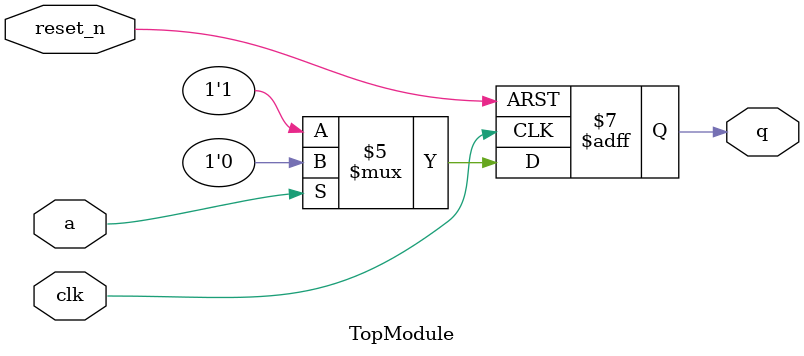
<source format=sv>
module TopModule (
    input logic clk,
    input logic reset_n,
    input logic a,
    output logic q
);

    always_ff @(posedge clk or negedge reset_n) begin
        if (!reset_n) begin
            q <= 1'b0;
        end else begin
            if (a == 1'b0) begin
                q <= 1'b1;
            end else begin
                q <= 1'b0;
            end
        end
    end

endmodule
</source>
